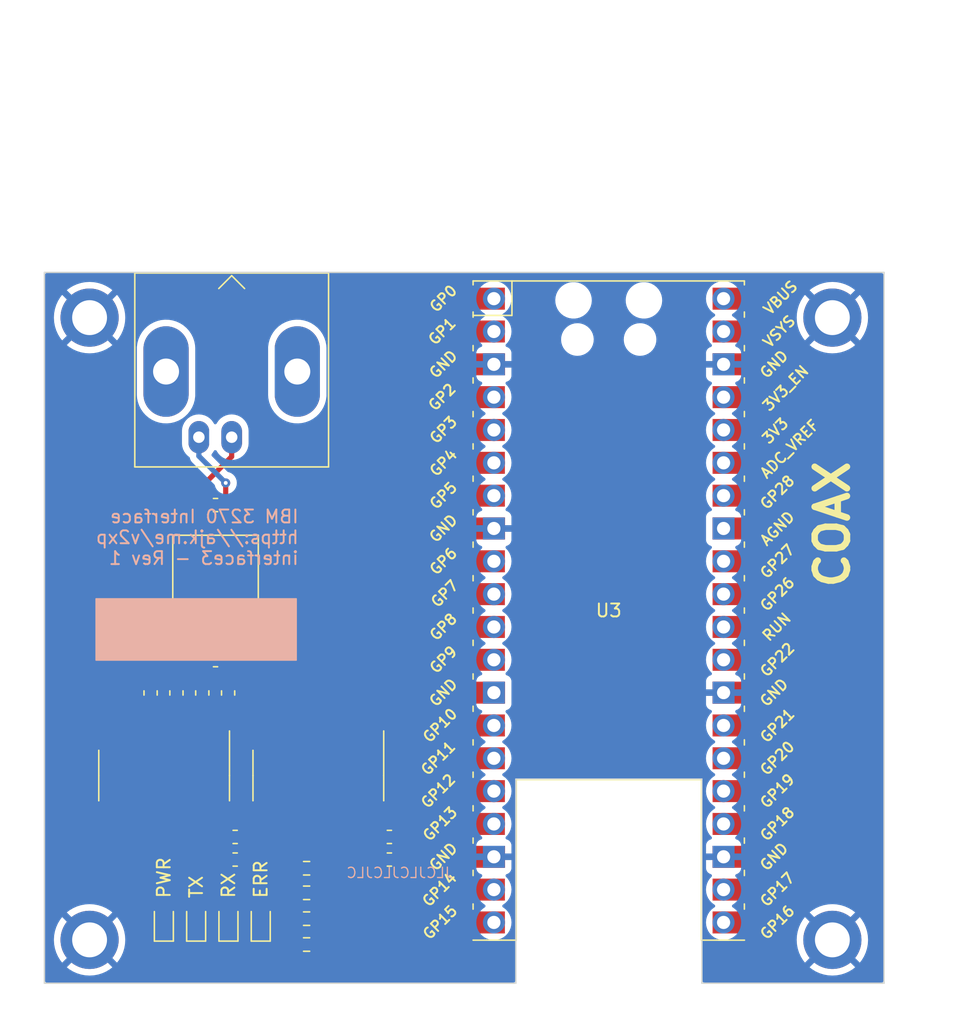
<source format=kicad_pcb>
(kicad_pcb (version 20221018) (generator pcbnew)
  (layers (0 "F.Cu" signal) (1 "In1.Cu" power) (2 "In2.Cu" power) (31 "B.Cu" signal) (34 "B.Paste" user) (35 "F.Paste" user) (36 "B.SilkS" user "B.Silkscreen") (37 "F.SilkS" user "F.Silkscreen") (38 "B.Mask" user) (39 "F.Mask" user) (44 "Edge.Cuts" user))
  (net 0 "")
  (net 1 "GND")
  (net 2 "+3V3")
  (net 3 "Net-(D1-A)")
  (net 4 "TX+")
  (net 5 "TX-")
  (net 6 "Net-(D2-A)")
  (net 7 "Net-(D3-A)")
  (net 8 "Net-(D4-A)")
  (net 9 "Net-(J1-Ext)")
  (net 10 "Net-(J1-In)")
  (net 11 "RX-")
  (net 12 "RX+")
  (net 13 "Net-(U2A-OUT-)")
  (net 14 "Net-(U2A-OUT+)")
  (net 15 "Net-(U2B-OUT-)")
  (net 16 "Net-(U2B-OUT+)")
  (net 19 "RX")
  (net 20 "~{TX}")
  (net 21 "TX_ACTIVE")
  (net 22 "TX_DELAY")
  (net 28 "LED_STATUS")
  (net 31 "LED_ERROR")
  (footprint "MountingHole:MountingHole_2.7mm_M2.5_ISO7380_Pad" (layer "F.Cu") (at 77.75 111.889995)
    (fp_text reference "H2")
    (fp_text value "MountingHole_Pad")
    (pad "1" thru_hole circle (at 0 0) (size 4.5 4.5) (drill 2.7) (layers "*.Cu" "*.Mask") (net 1 "GND"))
  )
  (footprint "Capacitor_SMD:C_0603_1608Metric" (layer "F.Cu") (at 43.459 103.927)
    (fp_text reference "C1")
    (fp_text value "0.1uF")
    (fp_line (start -0.162779 -0.51) (end 0.162779 -0.51) (stroke (width 0.12)) (layer "F.SilkS"))
    (fp_line (start -0.162779 0.51) (end 0.162779 0.51) (stroke (width 0.12)) (layer "F.SilkS"))
    (pad "1" smd roundrect (at -0.7875 0) (size 0.875 0.95) (layers "F.Cu" "F.Paste" "F.Mask") (net 2 "+3V3"))
    (pad "2" smd roundrect (at 0.7875 0) (size 0.875 0.95) (layers "F.Cu" "F.Paste" "F.Mask") (net 1 "GND"))
  )
  (footprint "Capacitor_SMD:C_0603_1608Metric" (layer "F.Cu") (at 31.521 105.677)
    (fp_text reference "C4")
    (fp_text value "0.01uF")
    (fp_line (start -0.162779 -0.51) (end 0.162779 -0.51) (stroke (width 0.12)) (layer "F.SilkS"))
    (fp_line (start -0.162779 0.51) (end 0.162779 0.51) (stroke (width 0.12)) (layer "F.SilkS"))
    (pad "1" smd roundrect (at -0.7875 0) (size 0.875 0.95) (layers "F.Cu" "F.Paste" "F.Mask") (net 2 "+3V3"))
    (pad "2" smd roundrect (at 0.7875 0) (size 0.875 0.95) (layers "F.Cu" "F.Paste" "F.Mask") (net 1 "GND"))
  )
  (footprint "Capacitor_SMD:C_0603_1608Metric" (layer "F.Cu") (at 43.459 105.677)
    (fp_text reference "C3")
    (fp_text value "0.01uF")
    (fp_line (start -0.162779 -0.51) (end 0.162779 -0.51) (stroke (width 0.12)) (layer "F.SilkS"))
    (fp_line (start -0.162779 0.51) (end 0.162779 0.51) (stroke (width 0.12)) (layer "F.SilkS"))
    (pad "1" smd roundrect (at -0.7875 0) (size 0.875 0.95) (layers "F.Cu" "F.Paste" "F.Mask") (net 2 "+3V3"))
    (pad "2" smd roundrect (at 0.7875 0) (size 0.875 0.95) (layers "F.Cu" "F.Paste" "F.Mask") (net 1 "GND"))
  )
  (footprint "Package_SO:SOIC-16_3.9x9.9mm_P1.27mm" (layer "F.Cu") (at 37.959 99.177 -90)
    (fp_text reference "U1")
    (fp_text value "DS34LV86T")
    (fp_line (start 0 -5.06) (end -3.45 -5.06) (stroke (width 0.12)) (layer "F.SilkS"))
    (fp_line (start 0 -5.06) (end 1.95 -5.06) (stroke (width 0.12)) (layer "F.SilkS"))
    (fp_line (start 0 5.06) (end -1.95 5.06) (stroke (width 0.12)) (layer "F.SilkS"))
    (fp_line (start 0 5.06) (end 1.95 5.06) (stroke (width 0.12)) (layer "F.SilkS"))
    (pad "1" smd roundrect (at -2.475 -4.445 270) (size 1.95 0.6) (layers "F.Cu" "F.Paste" "F.Mask") (net 1 "GND"))
    (pad "2" smd roundrect (at -2.475 -3.175 270) (size 1.95 0.6) (layers "F.Cu" "F.Paste" "F.Mask") (net 1 "GND"))
    (pad "3" smd roundrect (at -2.475 -1.905 270) (size 1.95 0.6) (layers "F.Cu" "F.Paste" "F.Mask"))
    (pad "4" smd roundrect (at -2.475 -0.635 270) (size 1.95 0.6) (layers "F.Cu" "F.Paste" "F.Mask") (net 2 "+3V3"))
    (pad "5" smd roundrect (at -2.475 0.635 270) (size 1.95 0.6) (layers "F.Cu" "F.Paste" "F.Mask") (net 19 "RX"))
    (pad "6" smd roundrect (at -2.475 1.905 270) (size 1.95 0.6) (layers "F.Cu" "F.Paste" "F.Mask") (net 12 "RX+"))
    (pad "7" smd roundrect (at -2.475 3.175 270) (size 1.95 0.6) (layers "F.Cu" "F.Paste" "F.Mask") (net 11 "RX-"))
    (pad "8" smd roundrect (at -2.475 4.445 270) (size 1.95 0.6) (layers "F.Cu" "F.Paste" "F.Mask") (net 1 "GND"))
    (pad "9" smd roundrect (at 2.475 4.445 270) (size 1.95 0.6) (layers "F.Cu" "F.Paste" "F.Mask") (net 1 "GND"))
    (pad "10" smd roundrect (at 2.475 3.175 270) (size 1.95 0.6) (layers "F.Cu" "F.Paste" "F.Mask") (net 1 "GND"))
    (pad "11" smd roundrect (at 2.475 1.905 270) (size 1.95 0.6) (layers "F.Cu" "F.Paste" "F.Mask"))
    (pad "12" smd roundrect (at 2.475 0.635 270) (size 1.95 0.6) (layers "F.Cu" "F.Paste" "F.Mask") (net 1 "GND"))
    (pad "13" smd roundrect (at 2.475 -0.635 270) (size 1.95 0.6) (layers "F.Cu" "F.Paste" "F.Mask"))
    (pad "14" smd roundrect (at 2.475 -1.905 270) (size 1.95 0.6) (layers "F.Cu" "F.Paste" "F.Mask") (net 1 "GND"))
    (pad "15" smd roundrect (at 2.475 -3.175 270) (size 1.95 0.6) (layers "F.Cu" "F.Paste" "F.Mask") (net 1 "GND"))
    (pad "16" smd roundrect (at 2.475 -4.445 270) (size 1.95 0.6) (layers "F.Cu" "F.Paste" "F.Mask") (net 2 "+3V3"))
  )
  (footprint "Package_SO:SOIC-16_3.9x9.9mm_P1.27mm" (layer "F.Cu") (at 26.021 99.177 -90)
    (fp_text reference "U2")
    (fp_text value "DS34LV87T")
    (fp_line (start 0 -5.06) (end -3.45 -5.06) (stroke (width 0.12)) (layer "F.SilkS"))
    (fp_line (start 0 -5.06) (end 1.95 -5.06) (stroke (width 0.12)) (layer "F.SilkS"))
    (fp_line (start 0 5.06) (end -1.95 5.06) (stroke (width 0.12)) (layer "F.SilkS"))
    (fp_line (start 0 5.06) (end 1.95 5.06) (stroke (width 0.12)) (layer "F.SilkS"))
    (pad "1" smd roundrect (at -2.475 -4.445 270) (size 1.95 0.6) (layers "F.Cu" "F.Paste" "F.Mask") (net 22 "TX_DELAY"))
    (pad "2" smd roundrect (at -2.475 -3.175 270) (size 1.95 0.6) (layers "F.Cu" "F.Paste" "F.Mask") (net 14 "Net-(U2A-OUT+)"))
    (pad "3" smd roundrect (at -2.475 -1.905 270) (size 1.95 0.6) (layers "F.Cu" "F.Paste" "F.Mask") (net 13 "Net-(U2A-OUT-)"))
    (pad "4" smd roundrect (at -2.475 -0.635 270) (size 1.95 0.6) (layers "F.Cu" "F.Paste" "F.Mask") (net 21 "TX_ACTIVE"))
    (pad "5" smd roundrect (at -2.475 0.635 270) (size 1.95 0.6) (layers "F.Cu" "F.Paste" "F.Mask") (net 15 "Net-(U2B-OUT-)"))
    (pad "6" smd roundrect (at -2.475 1.905 270) (size 1.95 0.6) (layers "F.Cu" "F.Paste" "F.Mask") (net 16 "Net-(U2B-OUT+)"))
    (pad "7" smd roundrect (at -2.475 3.175 270) (size 1.95 0.6) (layers "F.Cu" "F.Paste" "F.Mask") (net 20 "~{TX}"))
    (pad "8" smd roundrect (at -2.475 4.445 270) (size 1.95 0.6) (layers "F.Cu" "F.Paste" "F.Mask") (net 1 "GND"))
    (pad "9" smd roundrect (at 2.475 4.445 270) (size 1.95 0.6) (layers "F.Cu" "F.Paste" "F.Mask") (net 1 "GND"))
    (pad "10" smd roundrect (at 2.475 3.175 270) (size 1.95 0.6) (layers "F.Cu" "F.Paste" "F.Mask"))
    (pad "11" smd roundrect (at 2.475 1.905 270) (size 1.95 0.6) (layers "F.Cu" "F.Paste" "F.Mask"))
    (pad "12" smd roundrect (at 2.475 0.635 270) (size 1.95 0.6) (layers "F.Cu" "F.Paste" "F.Mask") (net 1 "GND"))
    (pad "13" smd roundrect (at 2.475 -0.635 270) (size 1.95 0.6) (layers "F.Cu" "F.Paste" "F.Mask"))
    (pad "14" smd roundrect (at 2.475 -1.905 270) (size 1.95 0.6) (layers "F.Cu" "F.Paste" "F.Mask"))
    (pad "15" smd roundrect (at 2.475 -3.175 270) (size 1.95 0.6) (layers "F.Cu" "F.Paste" "F.Mask") (net 1 "GND"))
    (pad "16" smd roundrect (at 2.475 -4.445 270) (size 1.95 0.6) (layers "F.Cu" "F.Paste" "F.Mask") (net 2 "+3V3"))
  )
  (footprint "Capacitor_SMD:C_0603_1608Metric" (layer "F.Cu") (at 31.521 103.927)
    (fp_text reference "C2")
    (fp_text value "0.1uF")
    (fp_line (start -0.162779 -0.51) (end 0.162779 -0.51) (stroke (width 0.12)) (layer "F.SilkS"))
    (fp_line (start -0.162779 0.51) (end 0.162779 0.51) (stroke (width 0.12)) (layer "F.SilkS"))
    (pad "1" smd roundrect (at -0.7875 0) (size 0.875 0.95) (layers "F.Cu" "F.Paste" "F.Mask") (net 2 "+3V3"))
    (pad "2" smd roundrect (at 0.7875 0) (size 0.875 0.95) (layers "F.Cu" "F.Paste" "F.Mask") (net 1 "GND"))
  )
  (footprint "MountingHole:MountingHole_2.7mm_M2.5_ISO7380_Pad" (layer "F.Cu") (at 20.25 111.889995)
    (fp_text reference "H3")
    (fp_text value "MountingHole_Pad")
    (pad "1" thru_hole circle (at 0 0) (size 4.5 4.5) (drill 2.7) (layers "*.Cu" "*.Mask") (net 1 "GND"))
  )
  (footprint "Connector_Coaxial:BNC_Amphenol_B6252HB-NPP3G-50_Horizontal" (layer "F.Cu") (at 31.25 73)
    (fp_text reference "J1")
    (fp_text value "Conn_Coaxial")
    (fp_line (start -7.5 -12.7) (end 7.5 -12.7) (stroke (width 0.12)) (layer "F.SilkS"))
    (fp_line (start -7.5 2.3) (end -7.5 -12.7) (stroke (width 0.12)) (layer "F.SilkS"))
    (fp_line (start 0 -12.5) (end -1 -11.5) (stroke (width 0.12)) (layer "F.SilkS"))
    (fp_line (start 0 -12.5) (end 1 -11.5) (stroke (width 0.12)) (layer "F.SilkS"))
    (fp_line (start 7.5 -12.7) (end 7.5 2.3) (stroke (width 0.12)) (layer "F.SilkS"))
    (fp_line (start 7.5 2.3) (end -7.5 2.3) (stroke (width 0.12)) (layer "F.SilkS"))
    (pad "1" thru_hole oval (at 0 0) (size 1.6 2.5) (drill 0.89) (layers "*.Cu" "*.Mask") (net 10 "Net-(J1-In)"))
    (pad "2" thru_hole oval (at -5.08 -5.08) (size 3.5 7) (drill 2.01) (layers "*.Cu" "*.Mask") (net 9 "Net-(J1-Ext)"))
    (pad "2" thru_hole oval (at -2.54 0) (size 1.6 2.5) (drill 0.89) (layers "*.Cu" "*.Mask") (net 9 "Net-(J1-Ext)"))
    (pad "2" thru_hole oval (at 5.08 -5.08) (size 3.5 7) (drill 2.01) (layers "*.Cu" "*.Mask") (net 9 "Net-(J1-Ext)"))
  )
  (footprint "MountingHole:MountingHole_2.7mm_M2.5_ISO7380_Pad" (layer "F.Cu") (at 77.75 63.75)
    (fp_text reference "H1")
    (fp_text value "MountingHole_Pad")
    (pad "1" thru_hole circle (at 0 0) (size 4.5 4.5) (drill 2.7) (layers "*.Cu" "*.Mask") (net 1 "GND"))
  )
  (footprint "MountingHole:MountingHole_2.7mm_M2.5_ISO7380_Pad" (layer "F.Cu") (at 20.25 63.75)
    (fp_text reference "H4")
    (fp_text value "MountingHole_Pad")
    (pad "1" thru_hole circle (at 0 0) (size 4.5 4.5) (drill 2.7) (layers "*.Cu" "*.Mask") (net 1 "GND"))
  )
  (footprint "Resistor_SMD:R_0603_1608Metric" (layer "F.Cu") (at 24.974 92.7875 -90)
    (fp_text reference "R2")
    (fp_text value "150")
    (fp_line (start -0.162779 -0.51) (end 0.162779 -0.51) (stroke (width 0.12)) (layer "F.SilkS"))
    (fp_line (start -0.162779 0.51) (end 0.162779 0.51) (stroke (width 0.12)) (layer "F.SilkS"))
    (pad "1" smd roundrect (at -0.7875 0 270) (size 0.875 0.95) (layers "F.Cu" "F.Paste" "F.Mask") (net 14 "Net-(U2A-OUT+)"))
    (pad "2" smd roundrect (at 0.7875 0 270) (size 0.875 0.95) (layers "F.Cu" "F.Paste" "F.Mask") (net 5 "TX-"))
  )
  (footprint "Resistor_SMD:R_0603_1608Metric" (layer "F.Cu") (at 26.974 92.7875 90)
    (fp_text reference "R1")
    (fp_text value "150")
    (fp_line (start -0.162779 -0.51) (end 0.162779 -0.51) (stroke (width 0.12)) (layer "F.SilkS"))
    (fp_line (start -0.162779 0.51) (end 0.162779 0.51) (stroke (width 0.12)) (layer "F.SilkS"))
    (pad "1" smd roundrect (at -0.7875 0 90) (size 0.875 0.95) (layers "F.Cu" "F.Paste" "F.Mask") (net 4 "TX+"))
    (pad "2" smd roundrect (at 0.7875 0 90) (size 0.875 0.95) (layers "F.Cu" "F.Paste" "F.Mask") (net 13 "Net-(U2A-OUT-)"))
  )
  (footprint "Resistor_SMD:R_0603_1608Metric" (layer "F.Cu") (at 28.974 92.7875 90)
    (fp_text reference "R3")
    (fp_text value "33")
    (fp_line (start -0.162779 -0.51) (end 0.162779 -0.51) (stroke (width 0.12)) (layer "F.SilkS"))
    (fp_line (start -0.162779 0.51) (end 0.162779 0.51) (stroke (width 0.12)) (layer "F.SilkS"))
    (pad "1" smd roundrect (at -0.7875 0 90) (size 0.875 0.95) (layers "F.Cu" "F.Paste" "F.Mask") (net 4 "TX+"))
    (pad "2" smd roundrect (at 0.7875 0 90) (size 0.875 0.95) (layers "F.Cu" "F.Paste" "F.Mask") (net 15 "Net-(U2B-OUT-)"))
  )
  (footprint "Resistor_SMD:R_0603_1608Metric" (layer "F.Cu") (at 30 78.25)
    (fp_text reference "R6")
    (fp_text value "120")
    (fp_line (start -0.162779 -0.51) (end 0.162779 -0.51) (stroke (width 0.12)) (layer "F.SilkS"))
    (fp_line (start -0.162779 0.51) (end 0.162779 0.51) (stroke (width 0.12)) (layer "F.SilkS"))
    (pad "1" smd roundrect (at -0.7875 0) (size 0.875 0.95) (layers "F.Cu" "F.Paste" "F.Mask") (net 10 "Net-(J1-In)"))
    (pad "2" smd roundrect (at 0.7875 0) (size 0.875 0.95) (layers "F.Cu" "F.Paste" "F.Mask") (net 9 "Net-(J1-Ext)"))
  )
  (footprint "Resistor_SMD:R_0603_1608Metric" (layer "F.Cu") (at 30.974 92.7875 90)
    (fp_text reference "R4")
    (fp_text value "33")
    (fp_line (start -0.162779 -0.51) (end 0.162779 -0.51) (stroke (width 0.12)) (layer "F.SilkS"))
    (fp_line (start -0.162779 0.51) (end 0.162779 0.51) (stroke (width 0.12)) (layer "F.SilkS"))
    (pad "1" smd roundrect (at -0.7875 0 90) (size 0.875 0.95) (layers "F.Cu" "F.Paste" "F.Mask") (net 5 "TX-"))
    (pad "2" smd roundrect (at 0.7875 0 90) (size 0.875 0.95) (layers "F.Cu" "F.Paste" "F.Mask") (net 16 "Net-(U2B-OUT+)"))
  )
  (footprint "Resistor_SMD:R_0603_1608Metric" (layer "F.Cu") (at 30 90.25 180)
    (fp_text reference "R5")
    (fp_text value "510")
    (fp_line (start -0.162779 -0.51) (end 0.162779 -0.51) (stroke (width 0.12)) (layer "F.SilkS"))
    (fp_line (start -0.162779 0.51) (end 0.162779 0.51) (stroke (width 0.12)) (layer "F.SilkS"))
    (pad "1" smd roundrect (at -0.7875 0 180) (size 0.875 0.95) (layers "F.Cu" "F.Paste" "F.Mask") (net 5 "TX-"))
    (pad "2" smd roundrect (at 0.7875 0 180) (size 0.875 0.95) (layers "F.Cu" "F.Paste" "F.Mask") (net 4 "TX+"))
  )
  (footprint "library:Murata_786J" (layer "F.Cu") (at 30 84.25)
    (fp_text reference "T1")
    (fp_text value "Murata 78602/8JC")
    (fp_line (start -3.31 -3.665) (end -3.31 3.665) (stroke (width 0.12)) (layer "F.SilkS"))
    (fp_line (start -3.31 -3.665) (end 3.31 -3.665) (stroke (width 0.12)) (layer "F.SilkS"))
    (fp_line (start -3.31 3.665) (end 3.31 3.665) (stroke (width 0.12)) (layer "F.SilkS"))
    (fp_line (start 3.31 3.665) (end 3.31 -3.665) (stroke (width 0.12)) (layer "F.SilkS"))
    (pad "1" smd rect (at -5.715 -2.54) (size 1.524 1.016) (layers "F.Cu" "F.Paste" "F.Mask") (net 10 "Net-(J1-In)"))
    (pad "2" smd rect (at -5.715 0) (size 1.524 1.016) (layers "F.Cu" "F.Paste" "F.Mask") (net 12 "RX+"))
    (pad "3" smd rect (at -5.715 2.54) (size 1.524 1.016) (layers "F.Cu" "F.Paste" "F.Mask") (net 4 "TX+"))
    (pad "4" smd rect (at 5.715 2.54) (size 1.524 1.016) (layers "F.Cu" "F.Paste" "F.Mask") (net 5 "TX-"))
    (pad "5" smd rect (at 5.715 0) (size 1.524 1.016) (layers "F.Cu" "F.Paste" "F.Mask") (net 11 "RX-"))
    (pad "6" smd rect (at 5.715 -2.54) (size 1.524 1.016) (layers "F.Cu" "F.Paste" "F.Mask") (net 9 "Net-(J1-Ext)"))
  )
  (footprint "Resistor_SMD:R_0603_1608Metric" (layer "F.Cu") (at 37.05 110.25 180)
    (fp_text reference "R12")
    (fp_text value "560")
    (fp_line (start -0.237258 -0.5225) (end 0.237258 -0.5225) (stroke (width 0.12)) (layer "F.SilkS"))
    (fp_line (start -0.237258 0.5225) (end 0.237258 0.5225) (stroke (width 0.12)) (layer "F.SilkS"))
    (pad "1" smd roundrect (at -0.825 0 180) (size 0.8 0.95) (layers "F.Cu" "F.Paste" "F.Mask") (net 19 "RX"))
    (pad "2" smd roundrect (at 0.825 0 180) (size 0.8 0.95) (layers "F.Cu" "F.Paste" "F.Mask") (net 7 "Net-(D3-A)"))
  )
  (footprint "LED_SMD:LED_0603_1608Metric" (layer "F.Cu") (at 28.5 110.5 90)
    (fp_text reference "D2")
    (fp_text value "YEL")
    (fp_line (start -1.485 -0.735) (end -1.485 0.735) (stroke (width 0.12)) (layer "F.SilkS"))
    (fp_line (start -1.485 0.735) (end 0.8 0.735) (stroke (width 0.12)) (layer "F.SilkS"))
    (fp_line (start 0.8 -0.735) (end -1.485 -0.735) (stroke (width 0.12)) (layer "F.SilkS"))
    (pad "1" smd roundrect (at -0.7875 0 90) (size 0.875 0.95) (layers "F.Cu" "F.Paste" "F.Mask") (net 1 "GND"))
    (pad "2" smd roundrect (at 0.7875 0 90) (size 0.875 0.95) (layers "F.Cu" "F.Paste" "F.Mask") (net 6 "Net-(D2-A)"))
  )
  (footprint "Resistor_SMD:R_0603_1608Metric" (layer "F.Cu") (at 37.05 112.25 180)
    (fp_text reference "R16")
    (fp_text value "560")
    (fp_line (start -0.237258 -0.5225) (end 0.237258 -0.5225) (stroke (width 0.12)) (layer "F.SilkS"))
    (fp_line (start -0.237258 0.5225) (end 0.237258 0.5225) (stroke (width 0.12)) (layer "F.SilkS"))
    (pad "1" smd roundrect (at -0.825 0 180) (size 0.8 0.95) (layers "F.Cu" "F.Paste" "F.Mask") (net 31 "LED_ERROR"))
    (pad "2" smd roundrect (at 0.825 0 180) (size 0.8 0.95) (layers "F.Cu" "F.Paste" "F.Mask") (net 8 "Net-(D4-A)"))
  )
  (footprint "LED_SMD:LED_0603_1608Metric" (layer "F.Cu") (at 26 110.5 90)
    (fp_text reference "D1")
    (fp_text value "GRN")
    (fp_line (start -1.485 -0.735) (end -1.485 0.735) (stroke (width 0.12)) (layer "F.SilkS"))
    (fp_line (start -1.485 0.735) (end 0.8 0.735) (stroke (width 0.12)) (layer "F.SilkS"))
    (fp_line (start 0.8 -0.735) (end -1.485 -0.735) (stroke (width 0.12)) (layer "F.SilkS"))
    (pad "1" smd roundrect (at -0.7875 0 90) (size 0.875 0.95) (layers "F.Cu" "F.Paste" "F.Mask") (net 1 "GND"))
    (pad "2" smd roundrect (at 0.7875 0 90) (size 0.875 0.95) (layers "F.Cu" "F.Paste" "F.Mask") (net 3 "Net-(D1-A)"))
  )
  (footprint "LED_SMD:LED_0603_1608Metric" (layer "F.Cu") (at 31 110.5 90)
    (fp_text reference "D3")
    (fp_text value "YEL")
    (fp_line (start -1.485 -0.735) (end -1.485 0.735) (stroke (width 0.12)) (layer "F.SilkS"))
    (fp_line (start -1.485 0.735) (end 0.8 0.735) (stroke (width 0.12)) (layer "F.SilkS"))
    (fp_line (start 0.8 -0.735) (end -1.485 -0.735) (stroke (width 0.12)) (layer "F.SilkS"))
    (pad "1" smd roundrect (at -0.7875 0 90) (size 0.875 0.95) (layers "F.Cu" "F.Paste" "F.Mask") (net 1 "GND"))
    (pad "2" smd roundrect (at 0.7875 0 90) (size 0.875 0.95) (layers "F.Cu" "F.Paste" "F.Mask") (net 7 "Net-(D3-A)"))
  )
  (footprint "LED_SMD:LED_0603_1608Metric" (layer "F.Cu") (at 33.5 110.5 90)
    (fp_text reference "D4")
    (fp_text value "RED")
    (fp_line (start -1.485 -0.735) (end -1.485 0.735) (stroke (width 0.12)) (layer "F.SilkS"))
    (fp_line (start -1.485 0.735) (end 0.8 0.735) (stroke (width 0.12)) (layer "F.SilkS"))
    (fp_line (start 0.8 -0.735) (end -1.485 -0.735) (stroke (width 0.12)) (layer "F.SilkS"))
    (pad "1" smd roundrect (at -0.7875 0 90) (size 0.875 0.95) (layers "F.Cu" "F.Paste" "F.Mask") (net 1 "GND"))
    (pad "2" smd roundrect (at 0.7875 0 90) (size 0.875 0.95) (layers "F.Cu" "F.Paste" "F.Mask") (net 8 "Net-(D4-A)"))
  )
  (footprint "Resistor_SMD:R_0603_1608Metric" (layer "F.Cu") (at 37.05 108.25 180)
    (fp_text reference "R11")
    (fp_text value "560")
    (fp_line (start -0.237258 -0.5225) (end 0.237258 -0.5225) (stroke (width 0.12)) (layer "F.SilkS"))
    (fp_line (start -0.237258 0.5225) (end 0.237258 0.5225) (stroke (width 0.12)) (layer "F.SilkS"))
    (pad "1" smd roundrect (at -0.825 0 180) (size 0.8 0.95) (layers "F.Cu" "F.Paste" "F.Mask") (net 20 "~{TX}"))
    (pad "2" smd roundrect (at 0.825 0 180) (size 0.8 0.95) (layers "F.Cu" "F.Paste" "F.Mask") (net 6 "Net-(D2-A)"))
  )
  (footprint "Resistor_SMD:R_0603_1608Metric" (layer "F.Cu") (at 37.05 106.35 180)
    (fp_text reference "R8")
    (fp_text value "560")
    (fp_line (start -0.237258 -0.5225) (end 0.237258 -0.5225) (stroke (width 0.12)) (layer "F.SilkS"))
    (fp_line (start -0.237258 0.5225) (end 0.237258 0.5225) (stroke (width 0.12)) (layer "F.SilkS"))
    (pad "1" smd roundrect (at -0.825 0 180) (size 0.8 0.95) (layers "F.Cu" "F.Paste" "F.Mask") (net 28 "LED_STATUS"))
    (pad "2" smd roundrect (at 0.825 0 180) (size 0.8 0.95) (layers "F.Cu" "F.Paste" "F.Mask") (net 3 "Net-(D1-A)"))
  )
  (footprint "library:RPi_Pico_W_SMD_TH" (layer "F.Cu") (at 60.438 86.412)
    (fp_text reference "U3" (at 0 0) (layer "F.SilkS"))
    (fp_text value "Pico_W")
    (fp_text user "GND" (at -12.8 -6.35 45) (layer "F.SilkS") (effects (font (size 0.8 0.8))))
    (fp_text user "GP11" (at -13.2 11.43 45) (layer "F.SilkS") (effects (font (size 0.8 0.8))))
    (fp_text user "RUN" (at 13 1.27 45) (layer "F.SilkS") (effects (font (size 0.8 0.8))))
    (fp_text user "GP22" (at 13.054 3.81 45) (layer "F.SilkS") (effects (font (size 0.8 0.8))))
    (fp_text user "GP2" (at -12.9 -16.51 45) (layer "F.SilkS") (effects (font (size 0.8 0.8))))
    (fp_text user "GP16" (at 13.054 24.13 45) (layer "F.SilkS") (effects (font (size 0.8 0.8))))
    (fp_text user "GP26" (at 13.054 -1.27 45) (layer "F.SilkS") (effects (font (size 0.8 0.8))))
    (fp_text user "GP0" (at -12.8 -24.13 45) (layer "F.SilkS") (effects (font (size 0.8 0.8))))
    (fp_text user "GP18" (at 13.054 16.51 45) (layer "F.SilkS") (effects (font (size 0.8 0.8))))
    (fp_text user "GP8" (at -12.8 1.27 45) (layer "F.SilkS") (effects (font (size 0.8 0.8))))
    (fp_text user "GP7" (at -12.7 -1.3 45) (layer "F.SilkS") (effects (font (size 0.8 0.8))))
    (fp_text user "VSYS" (at 13.2 -21.59 45) (layer "F.SilkS") (effects (font (size 0.8 0.8))))
    (fp_text user "GND" (at -12.8 19.05 45) (layer "F.SilkS") (effects (font (size 0.8 0.8))))
    (fp_text user "GP28" (at 13.054 -9.144 45) (layer "F.SilkS") (effects (font (size 0.8 0.8))))
    (fp_text user "GND" (at 12.8 19.05 45) (layer "F.SilkS") (effects (font (size 0.8 0.8))))
    (fp_text user "GP14" (at -13.1 21.59 45) (layer "F.SilkS") (effects (font (size 0.8 0.8))))
    (fp_text user "GND" (at 12.8 6.35 45) (layer "F.SilkS") (effects (font (size 0.8 0.8))))
    (fp_text user "GP1" (at -12.9 -21.6 45) (layer "F.SilkS") (effects (font (size 0.8 0.8))))
    (fp_text user "GP5" (at -12.8 -8.89 45) (layer "F.SilkS") (effects (font (size 0.8 0.8))))
    (fp_text user "GP13" (at -13.054 16.51 45) (layer "F.SilkS") (effects (font (size 0.8 0.8))))
    (fp_text user "GP10" (at -13.054 8.89 45) (layer "F.SilkS") (effects (font (size 0.8 0.8))))
    (fp_text user "GP27" (at 13.054 -3.8 45) (layer "F.SilkS") (effects (font (size 0.8 0.8))))
    (fp_text user "3V3" (at 12.9 -13.9 45) (layer "F.SilkS") (effects (font (size 0.8 0.8))))
    (fp_text user "3V3_EN" (at 13.7 -17.2 45) (layer "F.SilkS") (effects (font (size 0.8 0.8))))
    (fp_text user "GP4" (at -12.8 -11.43 45) (layer "F.SilkS") (effects (font (size 0.8 0.8))))
    (fp_text user "GP12" (at -13.2 13.97 45) (layer "F.SilkS") (effects (font (size 0.8 0.8))))
    (fp_text user "AGND" (at 13.054 -6.35 45) (layer "F.SilkS") (effects (font (size 0.8 0.8))))
    (fp_text user "GP19" (at 13.054 13.97 45) (layer "F.SilkS") (effects (font (size 0.8 0.8))))
    (fp_text user "GND" (at -12.8 -19.05 45) (layer "F.SilkS") (effects (font (size 0.8 0.8))))
    (fp_text user "VBUS" (at 13.3 -24.2 45) (layer "F.SilkS") (effects (font (size 0.8 0.8))))
    (fp_text user "GND" (at 12.8 -19.05 45) (layer "F.SilkS") (effects (font (size 0.8 0.8))))
    (fp_text user "GP9" (at -12.8 3.81 45) (layer "F.SilkS") (effects (font (size 0.8 0.8))))
    (fp_text user "GP21" (at 13.054 8.9 45) (layer "F.SilkS") (effects (font (size 0.8 0.8))))
    (fp_text user "GND" (at -12.8 6.35 45) (layer "F.SilkS") (effects (font (size 0.8 0.8))))
    (fp_text user "GP15" (at -13.054 24.13 45) (layer "F.SilkS") (effects (font (size 0.8 0.8))))
    (fp_text user "ADC_VREF" (at 14 -12.5 45) (layer "F.SilkS") (effects (font (size 0.8 0.8))))
    (fp_text user "GP17" (at 13.054 21.59 45) (layer "F.SilkS") (effects (font (size 0.8 0.8))))
    (fp_text user "GP3" (at -12.8 -13.97 45) (layer "F.SilkS") (effects (font (size 0.8 0.8))))
    (fp_text user "GP6" (at -12.8 -3.81 45) (layer "F.SilkS") (effects (font (size 0.8 0.8))))
    (fp_text user "GP20" (at 13.054 11.43 45) (layer "F.SilkS") (effects (font (size 0.8 0.8))))
    (fp_line (start -10.5 -25.5) (end -10.5 -25.2) (stroke (width 0.12)) (layer "F.SilkS"))
    (fp_line (start -10.5 -25.5) (end 10.5 -25.5) (stroke (width 0.12)) (layer "F.SilkS"))
    (fp_line (start -10.5 -23.1) (end -10.5 -22.7) (stroke (width 0.12)) (layer "F.SilkS"))
    (fp_line (start -10.5 -22.833) (end -7.493 -22.833) (stroke (width 0.12)) (layer "F.SilkS"))
    (fp_line (start -10.5 -20.5) (end -10.5 -20.1) (stroke (width 0.12)) (layer "F.SilkS"))
    (fp_line (start -10.5 -18) (end -10.5 -17.6) (stroke (width 0.12)) (layer "F.SilkS"))
    (fp_line (start -10.5 -15.4) (end -10.5 -15) (stroke (width 0.12)) (layer "F.SilkS"))
    (fp_line (start -10.5 -12.9) (end -10.5 -12.5) (stroke (width 0.12)) (layer "F.SilkS"))
    (fp_line (start -10.5 -10.4) (end -10.5 -10) (stroke (width 0.12)) (layer "F.SilkS"))
    (fp_line (start -10.5 -7.8) (end -10.5 -7.4) (stroke (width 0.12)) (layer "F.SilkS"))
    (fp_line (start -10.5 -5.3) (end -10.5 -4.9) (stroke (width 0.12)) (layer "F.SilkS"))
    (fp_line (start -10.5 -2.7) (end -10.5 -2.3) (stroke (width 0.12)) (layer "F.SilkS"))
    (fp_line (start -10.5 -0.2) (end -10.5 0.2) (stroke (width 0.12)) (layer "F.SilkS"))
    (fp_line (start -10.5 2.3) (end -10.5 2.7) (stroke (width 0.12)) (layer "F.SilkS"))
    (fp_line (start -10.5 4.9) (end -10.5 5.3) (stroke (width 0.12)) (layer "F.SilkS"))
    (fp_line (start -10.5 7.4) (end -10.5 7.8) (stroke (width 0.12)) (layer "F.SilkS"))
    (fp_line (start -10.5 10) (end -10.5 10.4) (stroke (width 0.12)) (layer "F.SilkS"))
    (fp_line (start -10.5 12.5) (end -10.5 12.9) (stroke (width 0.12)) (layer "F.SilkS"))
    (fp_line (start -10.5 15.1) (end -10.5 15.5) (stroke (width 0.12)) (layer "F.SilkS"))
    (fp_line (start -10.5 17.6) (end -10.5 18) (stroke (width 0.12)) (layer "F.SilkS"))
    (fp_line (start -10.5 20.1) (end -10.5 20.5) (stroke (width 0.12)) (layer "F.SilkS"))
    (fp_line (start -10.5 22.7) (end -10.5 23.1) (stroke (width 0.12)) (layer "F.SilkS"))
    (fp_line (start -7.493 -22.833) (end -7.493 -25.5) (stroke (width 0.12)) (layer "F.SilkS"))
    (fp_line (start -7.1628 25.5) (end -10.5 25.5) (stroke (width 0.12)) (layer "F.SilkS"))
    (fp_line (start -7.1628 25.5) (end -7.155 13.081) (stroke (width 0.12)) (layer "F.SilkS"))
    (fp_line (start 7.1628 13.081) (end -7.155 13.081) (stroke (width 0.12)) (layer "F.SilkS"))
    (fp_line (start 7.1706 25.5) (end 7.1784 13.081) (stroke (width 0.12)) (layer "F.SilkS"))
    (fp_line (start 10.5 -25.5) (end 10.5 -25.2) (stroke (width 0.12)) (layer "F.SilkS"))
    (fp_line (start 10.5 -23.1) (end 10.5 -22.7) (stroke (width 0.12)) (layer "F.SilkS"))
    (fp_line (start 10.5 -20.5) (end 10.5 -20.1) (stroke (width 0.12)) (layer "F.SilkS"))
    (fp_line (start 10.5 -18) (end 10.5 -17.6) (stroke (width 0.12)) (layer "F.SilkS"))
    (fp_line (start 10.5 -15.4) (end 10.5 -15) (stroke (width 0.12)) (layer "F.SilkS"))
    (fp_line (start 10.5 -12.9) (end 10.5 -12.5) (stroke (width 0.12)) (layer "F.SilkS"))
    (fp_line (start 10.5 -10.4) (end 10.5 -10) (stroke (width 0.12)) (layer "F.SilkS"))
    (fp_line (start 10.5 -7.8) (end 10.5 -7.4) (stroke (width 0.12)) (layer "F.SilkS"))
    (fp_line (start 10.5 -5.3) (end 10.5 -4.9) (stroke (width 0.12)) (layer "F.SilkS"))
    (fp_line (start 10.5 -2.7) (end 10.5 -2.3) (stroke (width 0.12)) (layer "F.SilkS"))
    (fp_line (start 10.5 -0.2) (end 10.5 0.2) (stroke (width 0.12)) (layer "F.SilkS"))
    (fp_line (start 10.5 2.3) (end 10.5 2.7) (stroke (width 0.12)) (layer "F.SilkS"))
    (fp_line (start 10.5 4.9) (end 10.5 5.3) (stroke (width 0.12)) (layer "F.SilkS"))
    (fp_line (start 10.5 7.4) (end 10.5 7.8) (stroke (width 0.12)) (layer "F.SilkS"))
    (fp_line (start 10.5 10) (end 10.5 10.4) (stroke (width 0.12)) (layer "F.SilkS"))
    (fp_line (start 10.5 12.5) (end 10.5 12.9) (stroke (width 0.12)) (layer "F.SilkS"))
    (fp_line (start 10.5 15.1) (end 10.5 15.5) (stroke (width 0.12)) (layer "F.SilkS"))
    (fp_line (start 10.5 17.6) (end 10.5 18) (stroke (width 0.12)) (layer "F.SilkS"))
    (fp_line (start 10.5 20.1) (end 10.5 20.5) (stroke (width 0.12)) (layer "F.SilkS"))
    (fp_line (start 10.5 22.7) (end 10.5 23.1) (stroke (width 0.12)) (layer "F.SilkS"))
    (fp_line (start 10.5078 25.5) (end 7.1706 25.5) (stroke (width 0.12)) (layer "F.SilkS"))
    (pad "" np_thru_hole oval (at -2.725 -24) (size 1.8 1.8) (drill 1.8) (layers "*.Cu" "*.Mask"))
    (pad "" np_thru_hole oval (at -2.425 -20.97) (size 1.5 1.5) (drill 1.5) (layers "*.Cu" "*.Mask"))
    (pad "" np_thru_hole oval (at 2.425 -20.97) (size 1.5 1.5) (drill 1.5) (layers "*.Cu" "*.Mask"))
    (pad "" np_thru_hole oval (at 2.725 -24) (size 1.8 1.8) (drill 1.8) (layers "*.Cu" "*.Mask"))
    (pad "1" thru_hole oval (at -8.89 -24.13) (size 1.7 1.7) (drill 1.02) (layers "*.Cu" "*.Mask"))
    (pad "1" smd rect (at -8.89 -24.13) (size 3.5 1.7) (drill (offset -0.9 0)) (layers "F.Cu" "F.Mask"))
    (pad "2" thru_hole oval (at -8.89 -21.59) (size 1.7 1.7) (drill 1.02) (layers "*.Cu" "*.Mask"))
    (pad "2" smd rect (at -8.89 -21.59) (size 3.5 1.7) (drill (offset -0.9 0)) (layers "F.Cu" "F.Mask"))
    (pad "3" thru_hole rect (at -8.89 -19.05) (size 1.7 1.7) (drill 1.02) (layers "*.Cu" "*.Mask") (net 1 "GND"))
    (pad "3" smd rect (at -8.89 -19.05) (size 3.5 1.7) (drill (offset -0.9 0)) (layers "F.Cu" "F.Mask") (net 1 "GND"))
    (pad "4" thru_hole oval (at -8.89 -16.51) (size 1.7 1.7) (drill 1.02) (layers "*.Cu" "*.Mask") (net 19 "RX"))
    (pad "4" smd rect (at -8.89 -16.51) (size 3.5 1.7) (drill (offset -0.9 0)) (layers "F.Cu" "F.Mask") (net 19 "RX"))
    (pad "5" thru_hole oval (at -8.89 -13.97) (size 1.7 1.7) (drill 1.02) (layers "*.Cu" "*.Mask") (net 20 "~{TX}"))
    (pad "5" smd rect (at -8.89 -13.97) (size 3.5 1.7) (drill (offset -0.9 0)) (layers "F.Cu" "F.Mask") (net 20 "~{TX}"))
    (pad "6" thru_hole oval (at -8.89 -11.43) (size 1.7 1.7) (drill 1.02) (layers "*.Cu" "*.Mask") (net 21 "TX_ACTIVE"))
    (pad "6" smd rect (at -8.89 -11.43) (size 3.5 1.7) (drill (offset -0.9 0)) (layers "F.Cu" "F.Mask") (net 21 "TX_ACTIVE"))
    (pad "7" thru_hole oval (at -8.89 -8.89) (size 1.7 1.7) (drill 1.02) (layers "*.Cu" "*.Mask") (net 22 "TX_DELAY"))
    (pad "7" smd rect (at -8.89 -8.89) (size 3.5 1.7) (drill (offset -0.9 0)) (layers "F.Cu" "F.Mask") (net 22 "TX_DELAY"))
    (pad "8" thru_hole rect (at -8.89 -6.35) (size 1.7 1.7) (drill 1.02) (layers "*.Cu" "*.Mask") (net 1 "GND"))
    (pad "8" smd rect (at -8.89 -6.35) (size 3.5 1.7) (drill (offset -0.9 0)) (layers "F.Cu" "F.Mask") (net 1 "GND"))
    (pad "9" thru_hole oval (at -8.89 -3.81) (size 1.7 1.7) (drill 1.02) (layers "*.Cu" "*.Mask"))
    (pad "9" smd rect (at -8.89 -3.81) (size 3.5 1.7) (drill (offset -0.9 0)) (layers "F.Cu" "F.Mask"))
    (pad "10" thru_hole oval (at -8.89 -1.27) (size 1.7 1.7) (drill 1.02) (layers "*.Cu" "*.Mask") (net 31 "LED_ERROR"))
    (pad "10" smd rect (at -8.89 -1.27) (size 3.5 1.7) (drill (offset -0.9 0)) (layers "F.Cu" "F.Mask") (net 31 "LED_ERROR"))
    (pad "11" thru_hole oval (at -8.89 1.27) (size 1.7 1.7) (drill 1.02) (layers "*.Cu" "*.Mask") (net 28 "LED_STATUS"))
    (pad "11" smd rect (at -8.89 1.27) (size 3.5 1.7) (drill (offset -0.9 0)) (layers "F.Cu" "F.Mask") (net 28 "LED_STATUS"))
    (pad "12" thru_hole oval (at -8.89 3.81) (size 1.7 1.7) (drill 1.02) (layers "*.Cu" "*.Mask"))
    (pad "12" smd rect (at -8.89 3.81) (size 3.5 1.7) (drill (offset -0.9 0)) (layers "F.Cu" "F.Mask"))
    (pad "13" thru_hole rect (at -8.89 6.35) (size 1.7 1.7) (drill 1.02) (layers "*.Cu" "*.Mask"))
    (pad "13" smd rect (at -8.89 6.35) (size 3.5 1.7) (drill (offset -0.9 0)) (layers "F.Cu" "F.Mask"))
    (pad "14" thru_hole oval (at -8.89 8.89) (size 1.7 1.7) (drill 1.02) (layers "*.Cu" "*.Mask"))
    (pad "14" smd rect (at -8.89 8.89) (size 3.5 1.7) (drill (offset -0.9 0)) (layers "F.Cu" "F.Mask"))
    (pad "15" thru_hole oval (at -8.89 11.43) (size 1.7 1.7) (drill 1.02) (layers "*.Cu" "*.Mask"))
    (pad "15" smd rect (at -8.89 11.43) (size 3.5 1.7) (drill (offset -0.9 0)) (layers "F.Cu" "F.Mask"))
    (pad "16" thru_hole oval (at -8.89 13.97) (size 1.7 1.7) (drill 1.02) (layers "*.Cu" "*.Mask"))
    (pad "16" smd rect (at -8.89 13.97) (size 3.5 1.7) (drill (offset -0.9 0)) (layers "F.Cu" "F.Mask"))
    (pad "17" thru_hole oval (at -8.89 16.51) (size 1.7 1.7) (drill 1.02) (layers "*.Cu" "*.Mask"))
    (pad "17" smd rect (at -8.89 16.51) (size 3.5 1.7) (drill (offset -0.9 0)) (layers "F.Cu" "F.Mask"))
    (pad "18" thru_hole rect (at -8.89 19.05) (size 1.7 1.7) (drill 1.02) (layers "*.Cu" "*.Mask") (net 1 "GND"))
    (pad "18" smd rect (at -8.89 19.05) (size 3.5 1.7) (drill (offset -0.9 0)) (layers "F.Cu" "F.Mask") (net 1 "GND"))
    (pad "19" thru_hole oval (at -8.89 21.59) (size 1.7 1.7) (drill 1.02) (layers "*.Cu" "*.Mask"))
    (pad "19" smd rect (at -8.89 21.59) (size 3.5 1.7) (drill (offset -0.9 0)) (layers "F.Cu" "F.Mask"))
    (pad "20" thru_hole oval (at -8.89 24.13) (size 1.7 1.7) (drill 1.02) (layers "*.Cu" "*.Mask"))
    (pad "20" smd rect (at -8.89 24.13) (size 3.5 1.7) (drill (offset -0.9 0)) (layers "F.Cu" "F.Mask"))
    (pad "21" thru_hole oval (at 8.89 24.13) (size 1.7 1.7) (drill 1.02) (layers "*.Cu" "*.Mask"))
    (pad "21" smd rect (at 8.89 24.13) (size 3.5 1.7) (drill (offset 0.9 0)) (layers "F.Cu" "F.Mask"))
    (pad "22" thru_hole oval (at 8.89 21.59) (size 1.7 1.7) (drill 1.02) (layers "*.Cu" "*.Mask"))
    (pad "22" smd rect (at 8.89 21.59) (size 3.5 1.7) (drill (offset 0.9 0)) (layers "F.Cu" "F.Mask"))
    (pad "23" thru_hole rect (at 8.89 19.05) (size 1.7 1.7) (drill 1.02) (layers "*.Cu" "*.Mask") (net 1 "GND"))
    (pad "23" smd rect (at 8.89 19.05) (size 3.5 1.7) (drill (offset 0.9 0)) (layers "F.Cu" "F.Mask") (net 1 "GND"))
    (pad "24" thru_hole oval (at 8.89 16.51) (size 1.7 1.7) (drill 1.02) (layers "*.Cu" "*.Mask"))
    (pad "24" smd rect (at 8.89 16.51) (size 3.5 1.7) (drill (offset 0.9 0)) (layers "F.Cu" "F.Mask"))
    (pad "25" thru_hole oval (at 8.89 13.97) (size 1.7 1.7) (drill 1.02) (layers "*.Cu" "*.Mask"))
    (pad "25" smd rect (at 8.89 13.97) (size 3.5 1.7) (drill (offset 0.9 0)) (layers "F.Cu" "F.Mask"))
    (pad "26" thru_hole oval (at 8.89 11.43) (size 1.7 1.7) (drill 1.02) (layers "*.Cu" "*.Mask"))
    (pad "26" smd rect (at 8.89 11.43) (size 3.5 1.7) (drill (offset 0.9 0)) (layers "F.Cu" "F.Mask"))
    (pad "27" thru_hole oval (at 8.89 8.89) (size 1.7 1.7) (drill 1.02) (layers "*.Cu" "*.Mask"))
    (pad "27" smd rect (at 8.89 8.89) (size 3.5 1.7) (drill (offset 0.9 0)) (layers "F.Cu" "F.Mask"))
    (pad "28" thru_hole rect (at 8.89 6.35) (size 1.7 1.7) (drill 1.02) (layers "*.Cu" "*.Mask") (net 1 "GND"))
    (pad "28" smd rect (at 8.89 6.35) (size 3.5 1.7) (drill (offset 0.9 0)) (layers "F.Cu" "F.Mask") (net 1 "GND"))
    (pad "29" thru_hole oval (at 8.89 3.81) (size 1.7 1.7) (drill 1.02) (layers "*.Cu" "*.Mask"))
    (pad "29" smd rect (at 8.89 3.81) (size 3.5 1.7) (drill (offset 0.9 0)) (layers "F.Cu" "F.Mask"))
    (pad "30" thru_hole oval (at 8.89 1.27) (size 1.7 1.7) (drill 1.02) (layers "*.Cu" "*.Mask"))
    (pad "30" smd rect (at 8.89 1.27) (size 3.5 1.7) (drill (offset 0.9 0)) (layers "F.Cu" "F.Mask"))
    (pad "31" thru_hole oval (at 8.89 -1.27) (size 1.7 1.7) (drill 1.02) (layers "*.Cu" "*.Mask"))
    (pad "31" smd rect (at 8.89 -1.27) (size 3.5 1.7) (drill (offset 0.9 0)) (layers "F.Cu" "F.Mask"))
    (pad "32" thru_hole oval (at 8.89 -3.81) (size 1.7 1.7) (drill 1.02) (layers "*.Cu" "*.Mask"))
    (pad "32" smd rect (at 8.89 -3.81) (size 3.5 1.7) (drill (offset 0.9 0)) (layers "F.Cu" "F.Mask"))
    (pad "33" thru_hole rect (at 8.89 -6.35) (size 1.7 1.7) (drill 1.02) (layers "*.Cu" "*.Mask"))
    (pad "33" smd rect (at 8.89 -6.35) (size 3.5 1.7) (drill (offset 0.9 0)) (layers "F.Cu" "F.Mask"))
    (pad "34" thru_hole oval (at 8.89 -8.89) (size 1.7 1.7) (drill 1.02) (layers "*.Cu" "*.Mask"))
    (pad "34" smd rect (at 8.89 -8.89) (size 3.5 1.7) (drill (offset 0.9 0)) (layers "F.Cu" "F.Mask"))
    (pad "35" thru_hole oval (at 8.89 -11.43) (size 1.7 1.7) (drill 1.02) (layers "*.Cu" "*.Mask"))
    (pad "35" smd rect (at 8.89 -11.43) (size 3.5 1.7) (drill (offset 0.9 0)) (layers "F.Cu" "F.Mask"))
    (pad "36" thru_hole oval (at 8.89 -13.97) (size 1.7 1.7) (drill 1.02) (layers "*.Cu" "*.Mask") (net 2 "+3V3"))
    (pad "36" smd rect (at 8.89 -13.97) (size 3.5 1.7) (drill (offset 0.9 0)) (layers "F.Cu" "F.Mask") (net 2 "+3V3"))
    (pad "37" thru_hole oval (at 8.89 -16.51) (size 1.7 1.7) (drill 1.02) (layers "*.Cu" "*.Mask"))
    (pad "37" smd rect (at 8.89 -16.51) (size 3.5 1.7) (drill (offset 0.9 0)) (layers "F.Cu" "F.Mask"))
    (pad "38" thru_hole rect (at 8.89 -19.05) (size 1.7 1.7) (drill 1.02) (layers "*.Cu" "*.Mask") (net 1 "GND"))
    (pad "38" smd rect (at 8.89 -19.05) (size 3.5 1.7) (drill (offset 0.9 0)) (layers "F.Cu" "F.Mask") (net 1 "GND"))
    (pad "39" thru_hole oval (at 8.89 -21.59) (size 1.7 1.7) (drill 1.02) (layers "*.Cu" "*.Mask"))
    (pad "39" smd rect (at 8.89 -21.59) (size 3.5 1.7) (drill (offset 0.9 0)) (layers "F.Cu" "F.Mask"))
    (pad "40" thru_hole oval (at 8.89 -24.13) (size 1.7 1.7) (drill 1.02) (layers "*.Cu" "*.Mask"))
    (pad "40" smd rect (at 8.89 -24.13) (size 3.5 1.7) (drill (offset 0.9 0)) (layers "F.Cu" "F.Mask"))
  )
  (gr_poly (pts (xy 36.25 90.25) (xy 20.75 90.25) (xy 20.75 85.5) (xy 36.25 85.5)) (stroke (width 0.1)) (fill solid) (layer "B.SilkS"))
  (gr_line (start 81.75 60.25) (end 81.75 115.25) (stroke (width 0.1)) (layer "Edge.Cuts"))
  (gr_line (start 16.75 60.25) (end 81.75 60.25) (stroke (width 0.1)) (layer "Edge.Cuts"))
  (gr_line (start 67.65 99.45) (end 67.65 115.25) (stroke (width 0.1)) (layer "Edge.Cuts"))
  (gr_line (start 16.75 115.25) (end 16.75 60.25) (stroke (width 0.1)) (layer "Edge.Cuts"))
  (gr_line (start 53.25 99.45) (end 53.25 115.25) (stroke (width 0.1)) (layer "Edge.Cuts"))
  (gr_line (start 67.65 99.45) (end 53.25 99.45) (stroke (width 0.1)) (layer "Edge.Cuts"))
  (gr_line (start 81.75 115.25) (end 67.65 115.25) (stroke (width 0.1)) (layer "Edge.Cuts"))
  (gr_line (start 53.25 115.25) (end 16.75 115.25) (stroke (width 0.1)) (layer "Edge.Cuts"))
  (gr_text "IBM 3270 Interface\nhttps://ajk.me/v2xp\ninterface3 - Rev 1" (at 36.516666 80.75) (layer "B.SilkS") (effects (font (size 1 1)) (justify left mirror)))
  (gr_text "JLCJLCJLCJLC" (at 44.249999 106.701) (layer "B.SilkS") (effects (font (size 0.8 0.8) (thickness 0.1)) (justify mirror)))
  (gr_text "ERR" (at 33.5 108.75 90) (layer "F.SilkS") (effects (font (size 1 1)) (justify left)))
  (gr_text "RX" (at 31 108.75 90) (layer "F.SilkS") (effects (font (size 1 1)) (justify left)))
  (gr_text "PWR" (at 26 108.75 90) (layer "F.SilkS") (effects (font (size 1 1)) (justify left)))
  (gr_text "TX" (at 28.5 108.75 90) (layer "F.SilkS") (effects (font (size 1 1)) (justify left)))
  (gr_text "COAX" (at 77.75 79.75 90) (layer "F.SilkS") (effects (font (size 2.5 2.5) (thickness 0.5))))
  (segment (start 38.594 96.702) (end 38.594 98.562) (width 0.25) (layer "F.Cu") (net 2))
  (segment (start 42.404 99.872) (end 42.404 101.652) (width 0.25) (layer "F.Cu") (net 2))
  (segment (start 42.404 101.652) (end 42.404 103.6595) (width 0.5) (layer "F.Cu") (net 2))
  (segment (start 30.7335 105.677) (end 30.7335 103.927) (width 0.75) (layer "F.Cu") (net 2))
  (segment (start 42.404 103.6595) (end 42.6715 103.927) (width 0.5) (layer "F.Cu") (net 2))
  (segment (start 30.466 101.652) (end 30.466 103.6595) (width 0.5) (layer "F.Cu") (net 2))
  (segment (start 38.594 98.562) (end 39.209 99.177) (width 0.25) (layer "F.Cu") (net 2))
  (segment (start 42.6715 105.677) (end 42.6715 103.927) (width 0.75) (layer "F.Cu") (net 2))
  (segment (start 41.709 99.177) (end 42.404 99.872) (width 0.25) (layer "F.Cu") (net 2))
  (segment (start 30.466 103.6595) (end 30.7335 103.927) (width 0.5) (layer "F.Cu") (net 2))
  (segment (start 39.209 99.177) (end 41.709 99.177) (width 0.25) (layer "F.Cu") (net 2))
  (segment (start 34.3822 108.1928) (end 27.5197 108.1928) (width 0.25) (layer "F.Cu") (net 3))
  (segment (start 36.225 106.35) (end 34.3822 108.1928) (width 0.25) (layer "F.Cu") (net 3))
  (segment (start 27.5197 108.1928) (end 26 109.7125) (width 0.25) (layer "F.Cu") (net 3))
  (segment (start 24.285 86.79) (end 24.285 88.285) (width 0.4) (layer "F.Cu") (net 4))
  (segment (start 24.285 88.285) (end 26.25 90.25) (width 0.4) (layer "F.Cu") (net 4))
  (segment (start 26.25 90.25) (end 29.2125 90.25) (width 0.4) (layer "F.Cu") (net 4))
  (segment (start 28.974 93.575) (end 26.974 93.575) (width 0.4) (layer "F.Cu") (net 4))
  (segment (start 30.7875 89.2125) (end 31.25 88.75) (width 0.4) (layer "F.Cu") (net 5))
  (segment (start 35.25 88.75) (end 35.715 88.285) (width 0.4) (layer "F.Cu") (net 5))
  (segment (start 30.7875 90.25) (end 30.7875 89.2125) (width 0.4) (layer "F.Cu") (net 5))
  (segment (start 35.715 88.285) (end 35.715 86.79) (width 0.4) (layer "F.Cu") (net 5))
  (segment (start 31.25 88.75) (end 35.25 88.75) (width 0.4) (layer "F.Cu") (net 5))
  (segment (start 36.225 108.25) (end 35.48448 108.25) (width 0.25) (layer "F.Cu") (net 6))
  (segment (start 35.13928 108.5952) (end 29.6173 108.5952) (width 0.25) (layer "F.Cu") (net 6))
  (segment (start 35.48448 108.25) (end 35.13928 108.5952) (width 0.25) (layer "F.Cu") (net 6))
  (segment (start 29.6173 108.5952) (end 28.5 109.7125) (width 0.25) (layer "F.Cu") (net 6))
  (segment (start 31 109.6) (end 31 109.7125) (width 0.25) (layer "F.Cu") (net 7))
  (segment (start 31.6024 108.9976) (end 31 109.6) (width 0.25) (layer "F.Cu") (net 7))
  (segment (start 34.9726 108.9976) (end 31.6024 108.9976) (width 0.25) (layer "F.Cu") (net 7))
  (segment (start 36.225 110.25) (end 34.9726 108.9976) (width 0.25) (layer "F.Cu") (net 7))
  (segment (start 35.05 110.95) (end 36.35 112.25) (width 0.25) (layer "F.Cu") (net 8))
  (segment (start 35.05 110.15) (end 35.05 110.95) (width 0.25) (layer "F.Cu") (net 8))
  (segment (start 33.5 109.7125) (end 34.6125 109.7125) (width 0.25) (layer "F.Cu") (net 8))
  (segment (start 34.6125 109.7125) (end 35.05 110.15) (width 0.25) (layer "F.Cu") (net 8))
  (segment (start 36.35 112.25) (end 36.225 112.25) (width 0.25) (layer "F.Cu") (net 8))
  (segment (start 35.715 81.71) (end 35.715 80.215) (width 0.4) (layer "F.Cu") (net 9))
  (segment (start 33.75 78.25) (end 30.7875 78.25) (width 0.4) (layer "F.Cu") (net 9))
  (segment (start 35.715 80.215) (end 33.75 78.25) (width 0.4) (layer "F.Cu") (net 9))
  (segment (start 30.7875 78.25) (end 30.7875 76.5375) (width 0.4) (layer "F.Cu") (net 9))
  (via (at 30.7875 76.5375) (size 0.7) (drill 0.3) (layers "F.Cu" "B.Cu") (net 9))
  (segment (start 30.7875 76.5375) (end 28.71 74.46) (width 0.4) (layer "B.Cu") (net 9))
  (segment (start 28.71 74.46) (end 28.71 73) (width 0.4) (layer "B.Cu") (net 9))
  (segment (start 29.2125 78.25) (end 29.2125 76.5375) (width 0.4) (layer "F.Cu") (net 10))
  (segment (start 26.25 78.25) (end 29.2125 78.25) (width 0.4) (layer "F.Cu") (net 10))
  (segment (start 24.285 81.71) (end 24.285 80.215) (width 0.4) (layer "F.Cu") (net 10))
  (segment (start 24.285 80.215) (end 26.25 78.25) (width 0.4) (layer "F.Cu") (net 10))
  (segment (start 29.2125 76.5375) (end 31.25 74.5) (width 0.4) (layer "F.Cu") (net 10))
  (segment (start 31.25 74.5) (end 31.25 73) (width 0.4) (layer "F.Cu") (net 10))
  (zone (net 1) (net_name "GND") (layer "B.Cu") (connect_pads (clearance 0.508)) (min_thickness 0.254) (fill yes (thermal_gap 0.508) (thermal_bridge_width 0.508))
    (polygon (pts (xy 81.75 115.25) (xy 16.75 115.25) (xy 16.75 60.25) (xy 81.75 60.25)))
  )
)
</source>
